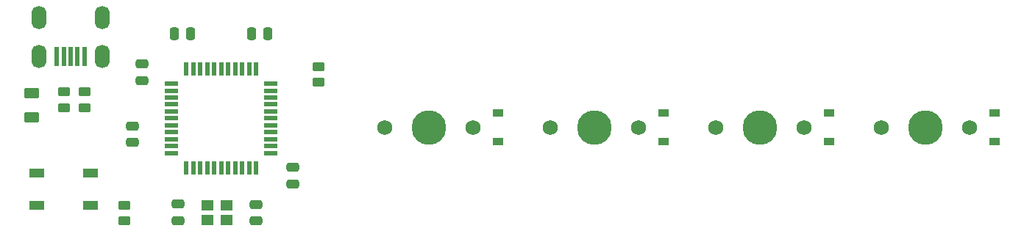
<source format=gbr>
%TF.GenerationSoftware,KiCad,Pcbnew,(6.0.6)*%
%TF.CreationDate,2022-06-26T20:02:46-04:00*%
%TF.ProjectId,keyboard,6b657962-6f61-4726-942e-6b696361645f,rev?*%
%TF.SameCoordinates,Original*%
%TF.FileFunction,Soldermask,Top*%
%TF.FilePolarity,Negative*%
%FSLAX46Y46*%
G04 Gerber Fmt 4.6, Leading zero omitted, Abs format (unit mm)*
G04 Created by KiCad (PCBNEW (6.0.6)) date 2022-06-26 20:02:46*
%MOMM*%
%LPD*%
G01*
G04 APERTURE LIST*
G04 Aperture macros list*
%AMRoundRect*
0 Rectangle with rounded corners*
0 $1 Rounding radius*
0 $2 $3 $4 $5 $6 $7 $8 $9 X,Y pos of 4 corners*
0 Add a 4 corners polygon primitive as box body*
4,1,4,$2,$3,$4,$5,$6,$7,$8,$9,$2,$3,0*
0 Add four circle primitives for the rounded corners*
1,1,$1+$1,$2,$3*
1,1,$1+$1,$4,$5*
1,1,$1+$1,$6,$7*
1,1,$1+$1,$8,$9*
0 Add four rect primitives between the rounded corners*
20,1,$1+$1,$2,$3,$4,$5,0*
20,1,$1+$1,$4,$5,$6,$7,0*
20,1,$1+$1,$6,$7,$8,$9,0*
20,1,$1+$1,$8,$9,$2,$3,0*%
G04 Aperture macros list end*
%ADD10RoundRect,0.250000X-0.475000X0.250000X-0.475000X-0.250000X0.475000X-0.250000X0.475000X0.250000X0*%
%ADD11R,1.800000X1.100000*%
%ADD12R,1.200000X0.900000*%
%ADD13RoundRect,0.250000X-0.450000X0.262500X-0.450000X-0.262500X0.450000X-0.262500X0.450000X0.262500X0*%
%ADD14RoundRect,0.250000X-0.250000X-0.475000X0.250000X-0.475000X0.250000X0.475000X-0.250000X0.475000X0*%
%ADD15C,3.987800*%
%ADD16C,1.750000*%
%ADD17RoundRect,0.250000X0.475000X-0.250000X0.475000X0.250000X-0.475000X0.250000X-0.475000X-0.250000X0*%
%ADD18RoundRect,0.250000X-0.625000X0.375000X-0.625000X-0.375000X0.625000X-0.375000X0.625000X0.375000X0*%
%ADD19R,1.500000X0.550000*%
%ADD20R,0.550000X1.500000*%
%ADD21RoundRect,0.250000X0.250000X0.475000X-0.250000X0.475000X-0.250000X-0.475000X0.250000X-0.475000X0*%
%ADD22R,0.500000X2.250000*%
%ADD23O,1.700000X2.700000*%
%ADD24R,1.400000X1.200000*%
%ADD25RoundRect,0.250000X0.450000X-0.262500X0.450000X0.262500X-0.450000X0.262500X-0.450000X-0.262500X0*%
G04 APERTURE END LIST*
D10*
%TO.C,C5*%
X73215000Y-93523000D03*
X73215000Y-95423000D03*
%TD*%
D11*
%TO.C,SW1*%
X43731250Y-94193750D03*
X49931250Y-97893750D03*
X43731250Y-97893750D03*
X49931250Y-94193750D03*
%TD*%
D12*
%TO.C,D4*%
X153987500Y-90550000D03*
X153987500Y-87250000D03*
%TD*%
D13*
%TO.C,R3*%
X49212500Y-84812500D03*
X49212500Y-86637500D03*
%TD*%
D14*
%TO.C,C7*%
X59565000Y-78090000D03*
X61465000Y-78090000D03*
%TD*%
D12*
%TO.C,D2*%
X115887500Y-90550000D03*
X115887500Y-87250000D03*
%TD*%
D15*
%TO.C,MX4*%
X146050000Y-88900000D03*
D16*
X140970000Y-88900000D03*
X151130000Y-88900000D03*
%TD*%
D17*
%TO.C,C1*%
X68986400Y-99705200D03*
X68986400Y-97805200D03*
%TD*%
D12*
%TO.C,D3*%
X134937500Y-90550000D03*
X134937500Y-87250000D03*
%TD*%
D17*
%TO.C,C3*%
X54768750Y-90643750D03*
X54768750Y-88743750D03*
%TD*%
D15*
%TO.C,MX3*%
X127000000Y-88900000D03*
D16*
X121920000Y-88900000D03*
X132080000Y-88900000D03*
%TD*%
%TO.C,MX2*%
X102870000Y-88900000D03*
D15*
X107950000Y-88900000D03*
D16*
X113030000Y-88900000D03*
%TD*%
D18*
%TO.C,F1*%
X43180000Y-84960000D03*
X43180000Y-87760000D03*
%TD*%
D13*
%TO.C,R1*%
X53848000Y-97893500D03*
X53848000Y-99718500D03*
%TD*%
D17*
%TO.C,C4*%
X55816000Y-83500000D03*
X55816000Y-81600000D03*
%TD*%
D19*
%TO.C,U1*%
X59260000Y-83869000D03*
X59260000Y-84669000D03*
X59260000Y-85469000D03*
X59260000Y-86269000D03*
X59260000Y-87069000D03*
X59260000Y-87869000D03*
X59260000Y-88669000D03*
X59260000Y-89469000D03*
X59260000Y-90269000D03*
X59260000Y-91069000D03*
X59260000Y-91869000D03*
D20*
X60960000Y-93569000D03*
X61760000Y-93569000D03*
X62560000Y-93569000D03*
X63360000Y-93569000D03*
X64160000Y-93569000D03*
X64960000Y-93569000D03*
X65760000Y-93569000D03*
X66560000Y-93569000D03*
X67360000Y-93569000D03*
X68160000Y-93569000D03*
X68960000Y-93569000D03*
D19*
X70660000Y-91869000D03*
X70660000Y-91069000D03*
X70660000Y-90269000D03*
X70660000Y-89469000D03*
X70660000Y-88669000D03*
X70660000Y-87869000D03*
X70660000Y-87069000D03*
X70660000Y-86269000D03*
X70660000Y-85469000D03*
X70660000Y-84669000D03*
X70660000Y-83869000D03*
D20*
X68960000Y-82169000D03*
X68160000Y-82169000D03*
X67360000Y-82169000D03*
X66560000Y-82169000D03*
X65760000Y-82169000D03*
X64960000Y-82169000D03*
X64160000Y-82169000D03*
X63360000Y-82169000D03*
X62560000Y-82169000D03*
X61760000Y-82169000D03*
X60960000Y-82169000D03*
%TD*%
D21*
%TO.C,C6*%
X70355000Y-78090000D03*
X68455000Y-78090000D03*
%TD*%
D22*
%TO.C,USB1*%
X46025000Y-80700000D03*
X46825000Y-80700000D03*
X47625000Y-80700000D03*
X48425000Y-80700000D03*
X49225000Y-80700000D03*
D23*
X43975000Y-76200000D03*
X51275000Y-76200000D03*
X51275000Y-80700000D03*
X43975000Y-80700000D03*
%TD*%
D12*
%TO.C,D1*%
X96837500Y-90550000D03*
X96837500Y-87250000D03*
%TD*%
D10*
%TO.C,C2*%
X59994800Y-97754400D03*
X59994800Y-99654400D03*
%TD*%
D16*
%TO.C,MX1*%
X83820000Y-88900000D03*
X93980000Y-88900000D03*
D15*
X88900000Y-88900000D03*
%TD*%
D24*
%TO.C,Y1*%
X65583750Y-97941000D03*
X63383750Y-97941000D03*
X63383750Y-99641000D03*
X65583750Y-99641000D03*
%TD*%
D13*
%TO.C,R2*%
X46831250Y-84812500D03*
X46831250Y-86637500D03*
%TD*%
D25*
%TO.C,R4*%
X76200000Y-83716500D03*
X76200000Y-81891500D03*
%TD*%
M02*

</source>
